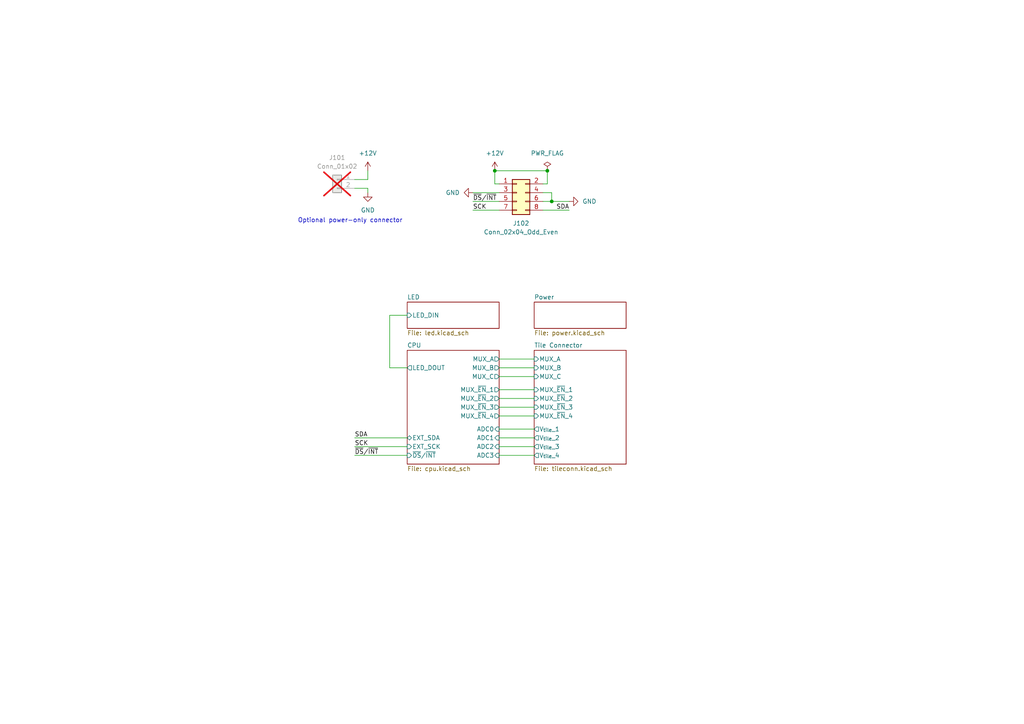
<source format=kicad_sch>
(kicad_sch (version 20230121) (generator eeschema)
  (paper "A4")
  (lib_symbols
    (symbol "Connector_Generic:Conn_01x02" (pin_names (offset 1.016) hide)
      (property "Reference" "J" (at 0 2.54 0))
      (property "Value" "Conn_01x02" (at 0 -5.08 0))
      (symbol "Conn_01x02_1_1"
        (rectangle (start -1.27 -2.413) (end 0 -2.667) (stroke (width 0.1524)))
        (rectangle (start -1.27 0.127) (end 0 -0.127) (stroke (width 0.1524)))
        (rectangle (start -1.27 1.27) (end 1.27 -3.81) (stroke (width 0.254)) (fill (type background)))
        (pin passive line (at -5.08 0 0) (length 3.81) (name "Pin_1") (number "1"))
        (pin passive line (at -5.08 -2.54 0) (length 3.81) (name "Pin_2") (number "2"))
      )
    )
    (symbol "Connector_Generic:Conn_02x04_Odd_Even" (pin_names (offset 1.016) hide)
      (property "Reference" "J" (at 1.27 5.08 0))
      (property "Value" "Conn_02x04_Odd_Even" (at 1.27 -7.62 0))
      (symbol "Conn_02x04_Odd_Even_1_1"
        (rectangle (start -1.27 -4.953) (end 0 -5.207) (stroke (width 0.1524)))
        (rectangle (start -1.27 -2.413) (end 0 -2.667) (stroke (width 0.1524)))
        (rectangle (start -1.27 0.127) (end 0 -0.127) (stroke (width 0.1524)))
        (rectangle (start -1.27 2.667) (end 0 2.413) (stroke (width 0.1524)))
        (rectangle (start -1.27 3.81) (end 3.81 -6.35) (stroke (width 0.254)) (fill (type background)))
        (rectangle (start 3.81 -4.953) (end 2.54 -5.207) (stroke (width 0.1524)))
        (rectangle (start 3.81 -2.413) (end 2.54 -2.667) (stroke (width 0.1524)))
        (rectangle (start 3.81 0.127) (end 2.54 -0.127) (stroke (width 0.1524)))
        (rectangle (start 3.81 2.667) (end 2.54 2.413) (stroke (width 0.1524)))
        (pin passive line (at -5.08 2.54 0) (length 3.81) (name "Pin_1") (number "1"))
        (pin passive line (at 7.62 2.54 180) (length 3.81) (name "Pin_2") (number "2"))
        (pin passive line (at -5.08 0 0) (length 3.81) (name "Pin_3") (number "3"))
        (pin passive line (at 7.62 0 180) (length 3.81) (name "Pin_4") (number "4"))
        (pin passive line (at -5.08 -2.54 0) (length 3.81) (name "Pin_5") (number "5"))
        (pin passive line (at 7.62 -2.54 180) (length 3.81) (name "Pin_6") (number "6"))
        (pin passive line (at -5.08 -5.08 0) (length 3.81) (name "Pin_7") (number "7"))
        (pin passive line (at 7.62 -5.08 180) (length 3.81) (name "Pin_8") (number "8"))
      )
    )
    (symbol "power:+12V" (power) (pin_names (offset 0))
      (property "Value" "+12V" (at 0 3.556 0))
      (symbol "+12V_0_1"
        (polyline (pts (xy -0.762 1.27) (xy 0 2.54)))
        (polyline (pts (xy 0 0) (xy 0 2.54)))
        (polyline (pts (xy 0 2.54) (xy 0.762 1.27)))
      )
      (symbol "+12V_1_1"
        (pin power_in line (at 0 0 90) (length 0) hide (name "+12V") (number "1"))
      )
    )
    (symbol "power:GND" (power) (pin_names (offset 0))
      (property "Value" "GND" (at 0 -3.81 0))
      (symbol "GND_0_1"
        (polyline (pts (xy 0 0) (xy 0 -1.27) (xy 1.27 -1.27) (xy 0 -2.54) (xy -1.27 -1.27) (xy 0 -1.27)))
      )
      (symbol "GND_1_1"
        (pin power_in line (at 0 0 270) (length 0) hide (name "GND") (number "1"))
      )
    )
    (symbol "power:PWR_FLAG" (power) (pin_numbers hide) (pin_names (offset 0) hide)
      (property "Value" "PWR_FLAG" (at 0 3.81 0))
      (symbol "PWR_FLAG_0_0"
        (pin power_out line (at 0 0 90) (length 0) (name "pwr") (number "1"))
      )
      (symbol "PWR_FLAG_0_1"
        (polyline (pts (xy 0 0) (xy 0 1.27) (xy -1.016 1.905) (xy 0 2.54) (xy 1.016 1.905) (xy 0 1.27)))
      )
    )
  )
  (junction (at 143.51 49.53))
  (junction (at 158.75 49.53))
  (junction (at 160.02 58.42))
  (wire (pts (xy 160.02 55.88) (xy 160.02 58.42)))
  (wire (pts (xy 144.78 127) (xy 154.94 127)))
  (wire (pts (xy 158.75 53.34) (xy 157.48 53.34)))
  (wire (pts (xy 144.78 109.22) (xy 154.94 109.22)))
  (wire (pts (xy 144.78 120.65) (xy 154.94 120.65)))
  (wire (pts (xy 144.78 106.68) (xy 154.94 106.68)))
  (wire (pts (xy 106.68 54.61) (xy 102.87 54.61)))
  (wire (pts (xy 137.16 60.96) (xy 144.78 60.96)))
  (wire (pts (xy 102.87 132.08) (xy 118.11 132.08)))
  (wire (pts (xy 144.78 132.08) (xy 154.94 132.08)))
  (wire (pts (xy 144.78 53.34) (xy 143.51 53.34)))
  (wire (pts (xy 118.11 106.68) (xy 113.03 106.68)))
  (wire (pts (xy 144.78 115.57) (xy 154.94 115.57)))
  (wire (pts (xy 137.16 58.42) (xy 144.78 58.42)))
  (wire (pts (xy 144.78 113.03) (xy 154.94 113.03)))
  (wire (pts (xy 106.68 49.53) (xy 106.68 52.07)))
  (wire (pts (xy 144.78 124.46) (xy 154.94 124.46)))
  (wire (pts (xy 144.78 104.14) (xy 154.94 104.14)))
  (wire (pts (xy 113.03 106.68) (xy 113.03 91.44)))
  (wire (pts (xy 102.87 127) (xy 118.11 127)))
  (wire (pts (xy 157.48 60.96) (xy 165.1 60.96)))
  (wire (pts (xy 137.16 55.88) (xy 144.78 55.88)))
  (wire (pts (xy 157.48 55.88) (xy 160.02 55.88)))
  (wire (pts (xy 113.03 91.44) (xy 118.11 91.44)))
  (wire (pts (xy 144.78 118.11) (xy 154.94 118.11)))
  (wire (pts (xy 143.51 53.34) (xy 143.51 49.53)))
  (wire (pts (xy 160.02 58.42) (xy 165.1 58.42)))
  (wire (pts (xy 158.75 49.53) (xy 158.75 53.34)))
  (wire (pts (xy 106.68 55.88) (xy 106.68 54.61)))
  (wire (pts (xy 143.51 49.53) (xy 158.75 49.53)))
  (wire (pts (xy 157.48 58.42) (xy 160.02 58.42)))
  (wire (pts (xy 106.68 52.07) (xy 102.87 52.07)))
  (wire (pts (xy 102.87 129.54) (xy 118.11 129.54)))
  (wire (pts (xy 144.78 129.54) (xy 154.94 129.54)))
  (text "Optional power-only connector" (at 86.36 64.77 0) (effects (font (size 1.27 1.27)) (justify left bottom)))
  (label "~{DS}{slash}~{INT}" (at 102.87 132.08 0))
  (label "SCK" (at 137.16 60.96 0))
  (label "SDA" (at 102.87 127 0))
  (label "SCK" (at 102.87 129.54 0))
  (label "SDA" (at 165.1 60.96 180))
  (label "~{DS}{slash}~{INT}" (at 137.16 58.42 0))
  (symbol (lib_id "power:GND") (at 165.1 58.42 90) (unit 1)
    (property "Reference" "#PWR0105" (effects hide))
    (property "Value" "GND" (at 168.91 58.42 90) (effects (justify right)))
  )
  (symbol (lib_id "power:+12V") (at 143.51 49.53 0) (unit 1)
    (property "Reference" "#PWR0102" (effects hide))
    (property "Value" "+12V" (at 143.51 44.45 0))
  )
  (symbol (lib_id "Connector_Generic:Conn_02x04_Odd_Even") (at 149.86 55.88 0) (unit 1)
    (property "Reference" "J102" (at 151.13 64.77 0))
    (property "Value" "Conn_02x04_Odd_Even" (at 151.13 67.31 0))
    (property "Footprint" "Connector_IDC:IDC-Header_2x04_P2.54mm_Vertical" (effects hide))
  )
  (symbol (lib_id "Connector_Generic:Conn_01x02") (at 97.79 52.07 0) (mirror y) (unit 1) (in_bom no) (dnp yes)
    (property "Reference" "J101" (at 97.79 45.72 0))
    (property "Value" "Conn_01x02" (at 97.79 48.26 0))
    (property "Footprint" "Connector_Wire:SolderWire-0.5sqmm_1x02_P4.6mm_D0.9mm_OD2.1mm" (effects hide))
  )
  (symbol (lib_id "power:GND") (at 137.16 55.88 270) (mirror x) (unit 1)
    (property "Reference" "#PWR0104" (effects hide))
    (property "Value" "GND" (at 133.35 55.88 90) (effects (justify right)))
  )
  (symbol (lib_id "power:+12V") (at 106.68 49.53 0) (unit 1)
    (property "Reference" "#PWR0101" (effects hide))
    (property "Value" "+12V" (at 106.68 44.45 0))
  )
  (symbol (lib_id "power:GND") (at 106.68 55.88 0) (unit 1)
    (property "Reference" "#PWR0103" (effects hide))
    (property "Value" "GND" (at 106.68 60.96 0))
  )
  (symbol (lib_id "power:PWR_FLAG") (at 158.75 49.53 0) (unit 1)
    (property "Reference" "#FLG0101" (effects hide))
    (property "Value" "PWR_FLAG" (at 158.75 44.45 0))
  )
  (sheet (at 118.11 101.6) (size 26.67 33.02) (stroke (width 0.1524))
    (property "Sheetname" "CPU" (at 118.11 100.8884 0) (effects (justify left bottom)))
    (property "Sheetfile" "cpu.kicad_sch" (at 118.11 135.2046 0) (effects (justify left top)))
    (pin "ADC2" input (at 144.78 129.54 0))
    (pin "ADC0" input (at 144.78 124.46 0))
    (pin "ADC1" input (at 144.78 127 0))
    (pin "ADC3" input (at 144.78 132.08 0))
    (pin "~{DS}{slash}~{INT}" input (at 118.11 132.08 180))
    (pin "EXT_SCK" input (at 118.11 129.54 180))
    (pin "EXT_SDA" bidirectional (at 118.11 127 180))
    (pin "LED_DOUT" output (at 118.11 106.68 180))
    (pin "MUX_A" output (at 144.78 104.14 0))
    (pin "MUX_B" output (at 144.78 106.68 0))
    (pin "MUX_C" output (at 144.78 109.22 0))
    (pin "MUX_~{EN}_1" output (at 144.78 113.03 0))
    (pin "MUX_~{EN}_3" output (at 144.78 118.11 0))
    (pin "MUX_~{EN}_2" output (at 144.78 115.57 0))
    (pin "MUX_~{EN}_4" output (at 144.78 120.65 0))
  )
  (sheet (at 154.94 101.6) (size 26.67 33.02) (stroke (width 0.1524))
    (property "Sheetname" "Tile Connector" (at 154.94 100.8884 0) (effects (justify left bottom)))
    (property "Sheetfile" "tileconn.kicad_sch" (at 154.94 135.2046 0) (effects (justify left top)))
    (pin "MUX_A" input (at 154.94 104.14 180))
    (pin "MUX_C" input (at 154.94 109.22 180))
    (pin "MUX_B" input (at 154.94 106.68 180))
    (pin "V_{tile}_4" output (at 154.94 132.08 180))
    (pin "V_{tile}_3" output (at 154.94 129.54 180))
    (pin "V_{tile}_2" output (at 154.94 127 180))
    (pin "V_{tile}_1" output (at 154.94 124.46 180))
    (pin "MUX_~{EN}_1" input (at 154.94 113.03 180))
    (pin "MUX_~{EN}_4" input (at 154.94 120.65 180))
    (pin "MUX_~{EN}_3" input (at 154.94 118.11 180))
    (pin "MUX_~{EN}_2" input (at 154.94 115.57 180))
  )
  (sheet (at 154.94 87.63) (size 26.67 7.62) (stroke (width 0.1524))
    (property "Sheetname" "Power" (at 154.94 86.9184 0) (effects (justify left bottom)))
    (property "Sheetfile" "power.kicad_sch" (at 154.94 95.8346 0) (effects (justify left top)))
  )
  (sheet (at 118.11 87.63) (size 26.67 7.62) (stroke (width 0.1524))
    (property "Sheetname" "LED" (at 118.11 86.9184 0) (effects (justify left bottom)))
    (property "Sheetfile" "led.kicad_sch" (at 118.11 95.8346 0) (effects (justify left top)))
    (pin "LED_DIN" input (at 118.11 91.44 180))
  )
)
</source>
